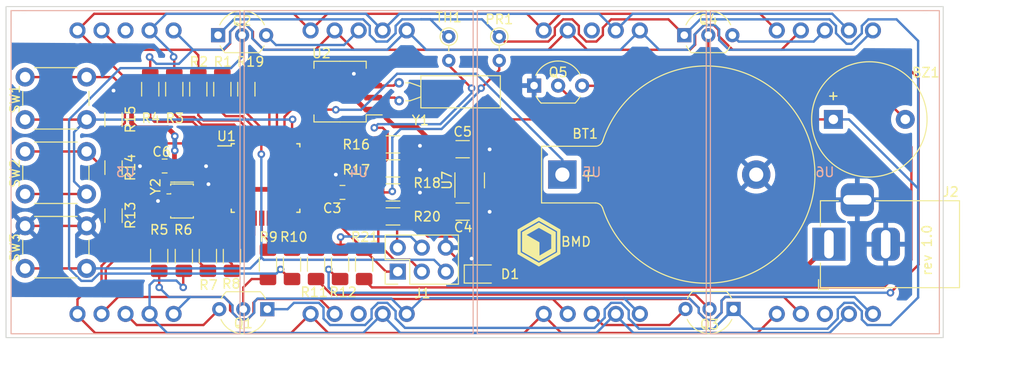
<source format=kicad_pcb>
(kicad_pcb (version 20211014) (generator pcbnew)
  (title_block (title "Fancy Clock") (date "2022-03-18") (rev "rev 1.0") (company "BMD") (comment 1 "Initial revision of the fancy clock PCB"))
  (layers (0 "F.Cu" signal) (31 "B.Cu" signal) (34 "B.Paste" user) (35 "F.Paste" user) (36 "B.SilkS" user "B.Silkscreen") (37 "F.SilkS" user "F.Silkscreen") (38 "B.Mask" user) (39 "F.Mask" user) (44 "Edge.Cuts" user))
  (net 0 "")
  (net 1 "+BATT")
  (net 2 "GND")
  (net 3 "+5V")
  (net 4 "Net-(BZ1-Pad2)")
  (net 5 "Net-(C3-Pad1)")
  (net 6 "XTAL1")
  (net 7 "XTAL2")
  (net 8 "Net-(D1-Pad2)")
  (net 9 "BUZZER")
  (net 10 "LED")
  (net 11 "/PB3")
  (net 12 "RESET")
  (net 13 "PHOTO")
  (net 14 "Net-(Q1-Pad3)")
  (net 15 "SD1")
  (net 16 "Net-(Q2-Pad3)")
  (net 17 "SD2")
  (net 18 "Net-(Q3-Pad3)")
  (net 19 "SD3")
  (net 20 "Net-(Q4-Pad3)")
  (net 21 "SD4")
  (net 22 "Net-(Q5-Pad2)")
  (net 23 "/PD0")
  (net 24 "/E")
  (net 25 "/PD1")
  (net 26 "/D")
  (net 27 "/PD2")
  (net 28 "/C")
  (net 29 "/PD3")
  (net 30 "/DP")
  (net 31 "/PD4")
  (net 32 "/B")
  (net 33 "/PD5")
  (net 34 "/A")
  (net 35 "/PD6")
  (net 36 "/F")
  (net 37 "/PD7")
  (net 38 "/G")
  (net 39 "/PB0")
  (net 40 "/PB1")
  (net 41 "/PB2")
  (net 42 "Net-(R13-Pad2)")
  (net 43 "Net-(R14-Pad2)")
  (net 44 "BUTTON")
  (net 45 "TEMP")
  (net 48 "SCKL")
  (net 49 "IO")
  (net 50 "CE")
  (net 52 "Net-(U2-Pad3)")
  (net 53 "Net-(U2-Pad2)")
  (net 54 "Net-(U7-Pad1)")
  (footprint "Resistor_SMD:R_1206_3216Metric_Pad1.30x1.75mm_HandSolder" (layer "F.Cu") (at 145.356 78.34)
    (fp_text reference "R18")
    (fp_text value "10k" hide)
  )
  (footprint "MountingHole:MountingHole_2.2mm_M2" (layer "F.Cu") (at 106.299 91.948)
    (fp_text reference "REF**" hide)
    (fp_text value "MountingHole_2.2mm_M2" hide)
  )
  (footprint "Package_TO_SOT_THT:TO-92_Inline_Wide" (layer "F.Cu") (at 132.08 90.699 180)
    (fp_text reference "Q1")
    (fp_text value "Q_PNP_EBC" hide)
  )
  (footprint "Crystal:Crystal_C38-LF_D3.0mm_L8.0mm_Horizontal" (layer "F.Cu") (at 146.007 68.641 90)
    (fp_text reference "Y1")
    (fp_text value "32.768kHz")
  )
  (footprint "Resistor_SMD:R_1206_3216Metric_Pad1.30x1.75mm_HandSolder" (layer "F.Cu") (at 115.824 80.798 90)
    (fp_text reference "R13")
    (fp_text value "1k" hide)
  )
  (footprint "MountingHole:MountingHole_2.2mm_M2" (layer "F.Cu") (at 201.676 60.452)
    (fp_text reference "REF**" hide)
    (fp_text value "MountingHole_2.2mm_M2" hide)
  )
  (footprint "Package_TO_SOT_THT:TO-92_Inline_Wide" (layer "F.Cu") (at 160.274 67.035)
    (fp_text reference "Q5")
    (fp_text value "Q_NPN_EBC" hide)
  )
  (footprint "LED_SMD:LED_0805_2012Metric_Pad1.15x1.40mm_HandSolder" (layer "F.Cu") (at 154.754 86.976)
    (fp_text reference "D1")
    (fp_text value "LED")
  )
  (footprint "fancy-clock:logo" (layer "F.Cu") (at 160.782 83.566)
    (fp_text reference "BMD")
    (fp_text value "logo")
  )
  (footprint "Capacitor_SMD:C_1206_3216Metric_Pad1.33x1.80mm_HandSolder" (layer "F.Cu") (at 152.722 73.768)
    (fp_text reference "C5")
    (fp_text value "10uF" hide)
  )
  (footprint "Resistor_SMD:R_1206_3216Metric_Pad1.30x1.75mm_HandSolder" (layer "F.Cu") (at 128.338 85.09 -90)
    (fp_text reference "R8")
    (fp_text value "330" hide)
  )
  (footprint "Resistor_SMD:R_1206_3216Metric_Pad1.30x1.75mm_HandSolder" (layer "F.Cu") (at 124.782 67.418 90)
    (fp_text reference "R2")
    (fp_text value "330" hide)
  )
  (footprint "Resistor_SMD:R_1206_3216Metric_Pad1.30x1.75mm_HandSolder" (layer "F.Cu") (at 142.308 85.96 -90)
    (fp_text reference "R21")
    (fp_text value "10k" hide)
  )
  (footprint "Capacitor_SMD:C_0805_2012Metric_Pad1.18x1.45mm_HandSolder" (layer "F.Cu") (at 140.022 78.34)
    (fp_text reference "C3")
    (fp_text value "100nF" hide)
  )
  (footprint "Resistor_SMD:R_1206_3216Metric_Pad1.30x1.75mm_HandSolder" (layer "F.Cu") (at 115.824 70.638 90)
    (fp_text reference "R15")
    (fp_text value "1k" hide)
  )
  (footprint "Connector_BarrelJack:BarrelJack_Horizontal" (layer "F.Cu") (at 191.437 83.821 180)
    (fp_text reference "J2")
    (fp_text value "Barrel_Jack_Switch")
  )
  (footprint "Crystal:Resonator_SMD_Murata_CSTxExxV-3Pin_3.0x1.1mm_HandSoldering" (layer "F.Cu") (at 123.063 79.248 -90)
    (fp_text reference "Y2")
    (fp_text value "16MHz")
  )
  (footprint "Resistor_SMD:R_1206_3216Metric_Pad1.30x1.75mm_HandSolder" (layer "F.Cu") (at 119.702 67.418 90)
    (fp_text reference "R4")
    (fp_text value "330" hide)
  )
  (footprint "Package_TO_SOT_THT:TO-92_Inline_Wide" (layer "F.Cu") (at 181.356 90.678 180)
    (fp_text reference "Q3")
    (fp_text value "Q_PNP_EBC" hide)
  )
  (footprint "MountingHole:MountingHole_2.2mm_M2" (layer "F.Cu") (at 106.299 60.452)
    (fp_text reference "REF**" hide)
    (fp_text value "MountingHole_2.2mm_M2" hide)
  )
  (footprint "Connector_PinHeader_2.54mm:PinHeader_2x03_P2.54mm_Vertical" (layer "F.Cu") (at 145.864 86.722 90)
    (fp_text reference "J1")
    (fp_text value "Conn_02x03_Odd_Even" hide)
  )
  (footprint "Resistor_SMD:R_1206_3216Metric_Pad1.30x1.75mm_HandSolder" (layer "F.Cu") (at 120.65 85.09 -90)
    (fp_text reference "R5")
    (fp_text value "330" hide)
  )
  (footprint "Package_QFP:TQFP-32_7x7mm_P0.8mm" (layer "F.Cu") (at 131.894 76.816)
    (fp_text reference "U1")
    (fp_text value "ATmega328P-A")
  )
  (footprint "Button_Switch_THT:SW_PUSH_6mm" (layer "F.Cu") (at 106.478 74.0085)
    (fp_text reference "SW2")
    (fp_text value "SW_Push" hide)
  )
  (footprint "Resistor_SMD:R_1206_3216Metric_Pad1.30x1.75mm_HandSolder" (layer "F.Cu") (at 115.824 75.718 90)
    (fp_text reference "R14")
    (fp_text value "1k" hide)
  )
  (footprint "Resistor_THT:R_Axial_DIN0204_L3.6mm_D1.6mm_P2.54mm_Vertical" (layer "F.Cu") (at 151.257 61.849 -90)
    (fp_text reference "TH1")
    (fp_text value "10k @25°")
  )
  (footprint "Resistor_SMD:R_1206_3216Metric_Pad1.30x1.75mm_HandSolder" (layer "F.Cu") (at 123.258 85.09 -90)
    (fp_text reference "R6")
    (fp_text value "330" hide)
  )
  (footprint "Capacitor_SMD:C_1206_3216Metric_Pad1.33x1.80mm_HandSolder" (layer "F.Cu") (at 152.722 80.372)
    (fp_text reference "C4")
    (fp_text value "10uF" hide)
  )
  (footprint "Resistor_THT:R_Axial_DIN0204_L3.6mm_D1.6mm_P2.54mm_Vertical" (layer "F.Cu") (at 156.591 61.849 -90)
    (fp_text reference "PR1")
    (fp_text value "10k GL12516")
  )
  (footprint "Capacitor_SMD:C_0805_2012Metric_Pad1.18x1.45mm_HandSolder" (layer "F.Cu") (at 121.226 75.546 180)
    (fp_text reference "C6")
    (fp_text value "100nF" hide)
  )
  (footprint "Battery:BatteryHolder_Keystone_103_1x20mm" (layer "F.Cu") (at 163.261584 76.454)
    (fp_text reference "BT1")
    (fp_text value "Battery_Cell 3.3V")
  )
  (footprint "Package_TO_SOT_THT:TO-92_Inline_Wide" (layer "F.Cu") (at 176.149 61.701)
    (fp_text reference "Q4")
    (fp_text value "Q_PNP_EBC" hide)
  )
  (footprint "Package_TO_SOT_SMD:SOT-23-5" (layer "F.Cu") (at 153.4668 77.0636 90)
    (fp_text reference "U7")
    (fp_text value "TPS76950")
  )
  (footprint "Resistor_SMD:R_1206_3216Metric_Pad1.30x1.75mm_HandSolder" (layer "F.Cu") (at 127.322 67.418 90)
    (fp_text reference "R1")
    (fp_text value "330" hide)
  )
  (footprint "Resistor_SMD:R_1206_3216Metric_Pad1.30x1.75mm_HandSolder" (layer "F.Cu") (at 129.862 67.418 -90)
    (fp_text reference "R19")
    (fp_text value "10k" hide)
  )
  (footprint "Resistor_SMD:R_1206_3216Metric_Pad1.30x1.75mm_HandSolder" (layer "F.Cu") (at 134.688 85.96 -90)
    (fp_text reference "R10")
    (fp_text value "10k" hide)
  )
  (footprint "Resistor_SMD:R_1206_3216Metric_Pad1.30x1.75mm_HandSolder" (layer "F.Cu") (at 125.798 85.09 -90)
    (fp_text reference "R7")
    (fp_text value "330" hide)
  )
  (footprint "Resistor_SMD:R_1206_3216Metric_Pad1.30x1.75mm_HandSolder" (layer "F.Cu") (at 137.228 85.96 -90)
    (fp_text reference "R11")
    (fp_text value "10k" hide)
  )
  (footprint "Resistor_SMD:R_1206_3216Metric_Pad1.30x1.75mm_HandSolder" (layer "F.Cu") (at 145.356 75.8)
    (fp_text reference "R17")
    (fp_text value "10k" hide)
  )
  (footprint "Button_Switch_THT:SW_PUSH_6mm" (layer "F.Cu") (at 106.478 81.8825)
    (fp_text reference "SW3")
    (fp_text value "SW_Push" hide)
  )
  (footprint "MountingHole:MountingHole_2.2mm_M2" (layer "F.Cu") (at 201.803 91.948)
    (fp_text reference "REF**" hide)
    (fp_text value "MountingHole_2.2mm_M2" hide)
  )
  (footprint "Resistor_SMD:R_1206_3216Metric_Pad1.30x1.75mm_HandSolder" (layer "F.Cu") (at 132.148 85.96 -90)
    (fp_text reference "R9")
    (fp_text value "10k" hide)
  )
  (footprint "Package_TO_SOT_THT:TO-92_Inline_Wide" (layer "F.Cu") (at 126.873 61.701)
    (fp_text reference "Q2")
    (fp_text value "Q_PNP_EBC" hide)
  )
  (footprint "Resistor_SMD:R_1206_3216Metric_Pad1.30x1.75mm_HandSolder" (layer "F.Cu") (at 139.768 85.96 -90)
    (fp_text reference "R12")
    (fp_text value "10k" hide)
  )
  (footprint "Resistor_SMD:R_1206_3216Metric_Pad1.30x1.75mm_HandSolder" (layer "F.Cu") (at 145.356 80.88)
    (fp_text reference "R20")
    (fp_text value "1k" hide)
  )
  (footprint "Resistor_SMD:R_1206_3216Metric_Pad1.30x1.75mm_HandSolder" (layer "F.Cu") (at 145.356 73.26)
    (fp_text reference "R16")
    (fp_text value "1M" hide)
  )
  (footprint "Buzzer_Beeper:Buzzer_12x9.5RM7.6" (layer "F.Cu") (at 191.907 70.612)
    (fp_text reference "BZ1")
    (fp_text value "Buzzer")
  )
  (footprint "Package_SO:SO-8_5.3x6.2mm_P1.27mm" (layer "F.Cu") (at 139.768 67.672 180)
    (fp_text reference "U2")
    (fp_text value "DS1302S+")
  )
  (footprint "Resistor_SMD:R_1206_3216Metric_Pad1.30x1.75mm_HandSolder" (layer "F.Cu") (at 122.242 67.418 90)
    (fp_text reference "R3")
    (fp_text value "330" hide)
  )
  (footprint "Button_Switch_THT:SW_PUSH_6mm" (layer "F.Cu") (at 106.478 66.1345)
    (fp_text reference "SW1")
    (fp_text value "SW_Push" hide)
  )
  (footprint "fancy-clock:7 Segments Display" (layer "B.Cu") (at 141.732 76.2 -90)
    (fp_text reference "U4")
    (fp_text value "7 segment LED")
  )
  (footprint "fancy-clock:7 Segments Display" (layer "B.Cu") (at 191.008 76.2 -90)
    (fp_text reference "U6")
    (fp_text value "7 segment LED")
  )
  (footprint "fancy-clock:7 Segments Display" (layer "B.Cu") (at 166.37 76.2 -90)
    (fp_text reference "U5")
    (fp_text value "7 segment LED")
  )
  (footprint "fancy-clock:7 Segments Display" (layer "B.Cu") (at 117.094 76.2 -90)
    (fp_text reference "U3")
    (fp_text value "7 segment LED")
  )
  (gr_rect (start 104.4605 58.674) (end 203.5145 93.71) (layer "Edge.Cuts") (width 0.1) (fill none))
  (gr_text "rev 1.0" (at 201.803 84.455 90) (layer "F.SilkS") (effects (font (size 1 1))))
  (segment (start 139.3 69.577) (end 136.268 69.577) (width 0.25) (layer "F.Cu") (net 1))
  (segment (start 139.319 69.596) (end 139.3 69.577) (width 0.25) (layer "F.Cu") (net 1))
  (via (at 139.319 69.596) (size 0.8) (drill 0.4) (layers "F.Cu" "B.Cu") (net 1))
  (segment (start 139.319 69.596) (end 141.986 69.596) (width 0.25) (layer "B.Cu") (net 1))
  (segment (start 163.261584 74.877467) (end 163.261584 76.454) (width 0.25) (layer "B.Cu") (net 1))
  (segment (start 141.986 69.595964) (end 145.795964 65.786) (width 0.25) (layer "B.Cu") (net 1))
  (segment (start 145.795964 65.786) (end 154.170117 65.786) (width 0.25) (layer "B.Cu") (net 1))
  (segment (start 141.986 69.596) (end 141.986 69.595964) (width 0.25) (layer "B.Cu") (net 1))
  (segment (start 154.170117 65.786) (end 163.261584 74.877467) (width 0.25) (layer "B.Cu") (net 1))
  (segment (start 148.209 75.946) (end 147.052 75.946) (width 0.25) (layer "F.Cu") (net 2))
  (segment (start 154.4168 80.2397) (end 154.2845 80.372) (width 0.5) (layer "F.Cu") (net 2))
  (segment (start 120.523 79.248) (end 123.063 79.248) (width 0.25) (layer "F.Cu") (net 2))
  (segment (start 154.3035 73.787) (end 154.2845 73.768) (width 1) (layer "F.Cu") (net 2))
  (segment (start 120.1695 75.565) (end 120.1885 75.546) (width 0.5) (layer "F.Cu") (net 2))
  (segment (start 153.67 86.917) (end 153.729 86.976) (width 0.25) (layer "F.Cu") (net 2))
  (segment (start 118.618 75.565) (end 120.1695 75.565) (width 0.5) (layer "F.Cu") (net 2))
  (segment (start 127.644 75.616) (end 125.654 75.616) (width 0.5) (layer "F.Cu") (net 2))
  (segment (start 153.729 86.967) (end 153.729 86.976) (width 0.25) (layer "F.Cu") (net 2))
  (segment (start 153.484 79.5715) (end 154.2845 80.372) (width 0.5) (layer "F.Cu") (net 2))
  (segment (start 125.654 75.616) (end 125.603 75.565) (width 0.5) (layer "F.Cu") (net 2))
  (segment (start 148.209 73.406) (end 147.052 73.406) (width 0.25) (layer "F.Cu") (net 2))
  (segment (start 115.824 69.088) (end 115.824 67.564) (width 0.25) (layer "F.Cu") (net 2))
  (segment (start 153.484 78.2075) (end 153.484 79.5715) (width 0.5) (layer "F.Cu") (net 2))
  (segment (start 154.4168 78.2011) (end 154.4168 80.2397) (width 0.5) (layer "F.Cu") (net 2))
  (segment (start 126.111 77.216) (end 127.644 77.216) (width 0.5) (layer "F.Cu") (net 2))
  (segment (start 147.052 73.406) (end 146.906 73.26) (width 0.25) (layer "F.Cu") (net 2))
  (segment (start 125.857 77.47) (end 126.111 77.216) (width 0.5) (layer "F.Cu") (net 2))
  (segment (start 146.925 78.359) (end 146.906 78.34) (width 0.25) (layer "F.Cu") (net 2))
  (segment (start 141.224 65.786) (end 143.249 65.786) (width 0.25) (layer "F.Cu") (net 2))
  (segment (start 143.249 65.786) (end 143.268 65.767) (width 0.25) (layer "F.Cu") (net 2))
  (segment (start 136.144 76.416) (end 139.281 76.416) (width 0.5) (layer "F.Cu") (net 2))
  (segment (start 140.335 76.454) (end 141.0595 77.1785) (width 0.5) (layer "F.Cu") (net 2))
  (segment (start 155.575 73.787) (end 154.3035 73.787) (width 1) (layer "F.Cu") (net 2))
  (segment (start 150.944 84.182) (end 153.729 86.967) (width 0.25) (layer "F.Cu") (net 2))
  (segment (start 153.67 85.344) (end 153.67 86.917) (width 0.25) (layer "F.Cu") (net 2))
  (segment (start 148.209 78.359) (end 146.925 78.359) (width 0.25) (layer "F.Cu") (net 2))
  (segment (start 139.319 76.454) (end 140.335 76.454) (width 0.5) (layer "F.Cu") (net 2))
  (segment (start 147.052 75.946) (end 146.906 75.8) (width 0.25) (layer "F.Cu") (net 2))
  (segment (start 148.209 78.359) (end 148.209 73.406) (width 0.25) (layer "F.Cu") (net 2))
  (segment (start 141.0595 77.1785) (end 141.0595 78.34) (width 0.5) (layer "F.Cu") (net 2))
  (segment (start 139.281 76.416) (end 139.319 76.454) (width 0.5) (layer "F.Cu") (net 2))
  (segment (start 106.478 81.8825) (end 112.978 81.8825) (width 0.25) (layer "F.Cu") (net 2))
  (segment (start 155.575 80.391) (end 154.3035 80.391) (width 1) (layer "F.Cu") (net 2))
  (segment (start 154.3035 80.391) (end 154.2845 80.372) (width 1) (layer "F.Cu") (net 2))
  (via (at 139.319 76.454) (size 0.8) (drill 0.4) (layers "F.Cu" "B.Cu") (net 2))
  (via (at 148.209 73.406) (size 0.8) (drill 0.4) (layers "F.Cu" "B.Cu") (net 2))
  (via (at 148.209 78.359) (size 0.8) (drill 0.4) (layers "F.Cu" "B.Cu") (net 2))
  (via (at 125.857 77.47) (size 0.8) (drill 0.4) (layers "F.Cu" "B.Cu") (net 2))
  (via (at 125.603 75.565) (size 0.8) (drill 0.4) (layers "F.Cu" "B.Cu") (net 2))
  (via (at 155.575 80.391) (size 0.8) (drill 0.4) (layers "F.Cu" "B.Cu") (net 2))
  (via (at 141.224 65.786) (size 0.8) (drill 0.4) (layers "F.Cu" "B.Cu") (net 2))
  (via (at 148.209 75.946) (size 0.8) (drill 0.4) (layers "F.Cu" "B.Cu") (net 2))
  (via (at 120.523 79.248) (size 0.8) (drill 0.4) (layers "F.Cu" "B.Cu") (net 2))
  (via (at 155.575 73.787) (size 0.8) (drill 0.4) (layers "F.Cu" "B.Cu") (net 2))
  (via (at 118.618 75.565) (size 0.8) (drill 0.4) (layers "F.Cu" "B.Cu") (net 2))
  (via (at 153.67 85.344) (size 0.8) (drill 0.4) (layers "F.Cu" "B.Cu") (net 2))
  (via (at 115.824 67.564) (size 0.8) (drill 0.4) (layers "F.Cu" "B.Cu") (net 2))
  (segment (start 191.907 70.612) (end 152.8105 70.612) (width 0.25) (layer "F.Cu") (net 3))
  (segment (start 162.464511 60.904479) (end 162.464511 61.686499) (width 0.25) (layer "F.Cu") (net 3))
  (segment (start 122.301 72.39) (end 122.301 72.263) (width 0.5) (layer "F.Cu") (net 3))
  (segment (start 167.544511 61.686499) (end 166.856499 62.374511) (width 0.25) (layer "F.Cu") (net 3))
  (segment (start 152.534 75.9325) (end 152.534 74.302) (width 0.5) (layer "F.Cu") (net 3))
  (segment (start 121.539 71.501) (end 118.237 71.501) (width 0.5) (layer "F.Cu") (net 3))
  (segment (start 127.644 78.016) (end 133.007 78.016) (width 0.5) (layer "F.Cu") (net 3))
  (segment (start 176.149 61.701) (end 174.473489 60.025489) (width 0.25) (layer "F.Cu") (net 3))
  (segment (start 145.796 80.01) (end 145.796 84.114) (width 0.25) (layer "F.Cu") (net 3))
  (segment (start 143.268 69.577) (end 142.475 69.577) (width 0.5) (layer "F.Cu") (net 3))
  (segment (start 137.414 64.516) (end 131.214 64.516) (width 0.5) (layer "F.Cu") (net 3))
  (segment (start 151.1595 77.8215) (end 149.44148 79.53952) (width 0.25) (layer "F.Cu") (net 3))
  (segment (start 118.11 67.691) (end 128.143 67.691) (width 0.5) (layer "F.Cu") (net 3))
  (segment (start 131.214 64.516) (end 129.862 65.868) (width 0.5) (layer "F.Cu") (net 3))
  (segment (start 128.818022 76.416) (end 128.893511 76.491489) (width 0.5) (layer "F.Cu") (net 3))
  (segment (start 133.007 78.016) (end 133.807 78.816) (width 0.5) (layer "F.Cu") (net 3))
  (segment (start 146.26648 79.53952) (end 145.796 80.01) (width 0.25) (layer "F.Cu") (net 3))
  (segment (start 117.729 68.072) (end 118.11 67.691) (width 0.5) (layer "F.Cu") (net 3))
  (segment (start 151.1595 72.263) (end 151.1595 73.768) (width 0.25) (layer "F.Cu") (net 3))
  (segment (start 115.824 82.348) (end 117.094 81.078) (width 0.25) (layer "F.Cu") (net 3))
  (segment (start 149.44148 79.53952) (end 146.26648 79.53952) (width 0.25) (layer "F.Cu") (net 3))
  (segment (start 118.237 71.501) (end 117.729 70.993) (width 0.5) (layer "F.Cu") (net 3))
  (segment (start 117.094 81.078) (end 117.094 72.644) (width 0.25) (layer "F.Cu") (net 3))
  (segment (start 123.1335 76.416) (end 127.644 76.416) (width 0.5) (layer "F.Cu") (net 3))
  (segment (start 133.807 78.816) (end 136.144 78.816) (width 0.5) (layer "F.Cu") (net 3))
  (segment (start 152.534 74.302) (end 152 73.768) (width 0.5) (layer "F.Cu") (net 3))
  (segment (start 127.644 76.416) (end 128.818022 76.416) (width 0.5) (layer "F.Cu") (net 3))
  (segment (start 128.143 67.691) (end 129.862 65.972) (width 0.5) (layer "F.Cu") (net 3))
  (segment (start 147.75 71.296) (end 150.222 73.768) (width 0.5) (layer "F.Cu") (net 3))
  (segment (start 122.2635 75.546) (end 123.1335 76.416) (width 0.5) (layer "F.Cu") (net 3))
  (segment (start 165.784022 62.374511) (end 165.004511 61.595) (width 0.25) (layer "F.Cu") (net 3))
  (segment (start 122.301 72.263) (end 121.539 71.501) (width 0.5) (layer "F.Cu") (net 3))
  (segment (start 145.464 71.296) (end 147.75 71.296) (width 0.5) (layer "F.Cu") (net 3))
  (segment (start 142.475 69.577) (end 137.414 64.516) (width 0.5) (layer "F.Cu") (net 3))
  (segment (start 122.2635 73.9515) (end 122.301 73.914) (width 0.5) (layer "F.Cu") (net 3))
  (segment (start 152 73.768) (end 151.1595 73.768) (width 0.5) (layer "F.Cu") (net 3))
  (segment (start 150.222 73.768) (end 151.1595 73.768) (width 0.5) (layer "F.Cu") (net 3))
  (segment (start 128.893511 76.491489) (end 128.893511 77.940511) (width 0.5) (layer "F.Cu") (net 3))
  (segment (start 157.116511 62.374511) (end 156.591 61.849) (width 0.25) (layer "F.Cu") (net 3))
  (segment (start 129.862 65.972) (end 129.862 65.868) (width 0.5) (layer "F.Cu") (net 3))
  (segment (start 144.61048 69.68048) (end 144.61048 70.44248) (width 0.5) (layer "F.Cu") (net 3))
  (segment (start 163.343501 60.025489) (end 162.464511 60.904479) (width 0.25) (layer "F.Cu") (net 3))
  (segment (start 168.423501 60.025489) (end 167.544511 60.904479) (width 0.25) (layer "F.Cu") (net 3))
  (segment (start 165.004511 61.595) (end 165.004511 60.713501) (width 0.25) (layer "F.Cu") (net 3))
  (segment (start 117.094 72.644) (end 118.237 71.501) (width 0.25) (layer "F.Cu") (net 3))
  (segment (start 152.8105 70.612) (end 151.1595 72.263) (width 0.25) (layer "F.Cu") (net 3))
  (segment (start 145.796 84.114) (end 145.864 84.182) (width 0.25) (layer "F.Cu") (net 3))
  (segment (start 117.729 70.993) (end 117.729 68.072) (width 0.5) (layer "F.Cu") (net 3))
  (segment (start 167.544511 60.904479) (end 167.544511 61.686499) (width 0.25) (layer "F.Cu") (net 3))
  (segment (start 174.473489 60.025489) (end 168.423501 60.025489) (width 0.25) (layer "F.Cu") (net 3))
  (segment (start 151.1595 73.768) (end 151.1595 77.8215) (width 0.25) (layer "F.Cu") (net 3))
  (segment (start 166.856499 62.374511) (end 165.784022 62.374511) (width 0.25) (layer "F.Cu") (net 3))
  (segment (start 144.507 69.577) (end 144.61048 69.68048) (width 0.5) (layer "F.Cu") (net 3))
  (segment (start 144.61048 70.44248) (end 145.464 71.296) (width 0.5) (layer "F.Cu") (net 3))
  (segment (start 165.004511 60.713501) (end 164.316499 60.025489) (width 0.25) (layer "F.Cu") (net 3))
  (segment (start 122.2635 75.546) (end 122.2635 73.9515) (width 0.5) (layer "F.Cu") (net 3))
  (segment (start 143.268 69.577) (end 144.507 69.577) (width 0.5) (layer "F.Cu") (net 3))
  (segment (start 162.464511 61.686499) (end 161.776499 62.374511) (width 0.25) (layer "F.Cu") (net 3))
  (segment (start 161.776499 62.374511) (end 157.116511 62.374511) (width 0.25) (layer "F.Cu") (net 3))
  (segment (start 128.893511 77.940511) (end 128.818022 78.016) (width 0.5) (layer "F.Cu") (net 3))
  (segment (start 164.316499 60.025489) (end 163.343501 60.025489) (width 0.25) (layer "F.Cu") (net 3))
  (segment (start 128.818022 78.016) (end 127.644 78.016) (width 0.5) (layer "F.Cu") (net 3))
  (via (at 122.301 73.914) (size 0.8) (drill 0.4) (layers "F.Cu" "B.Cu") (net 3))
  (via (at 122.301 72.39) (size 0.8) (drill 0.4) (layers "F.Cu" "B.Cu") (net 3))
  (segment (start 142.218499 60.025489) (end 128.548511 60.025489) (width 0.25) (layer "B.Cu") (net 3))
  (segment (start 170.275489 90.815707) (end 170.275489 91.686499) (width 0.25) (layer "B.Cu") (net 3))
  (segment (start 194.913489 61.499511) (end 194.913489 60.713501) (width 0.25) (layer "B.Cu") (net 3))
  (segment (start 146.630001 92.679011) (end 166.654989 92.679011) (width 0.25) (layer "B.Cu") (net 3))
  (segment (start 200.862511 62.305511) (end 200.862511 77.926511) (width 0.25) (layer "B.Cu") (net 3))
  (segment (start 137.523489 90.025489) (end 138.017489 90.519489) (width 0.25) (layer "B.Cu") (net 3))
  (segment (start 193.29799 62.611) (end 192.182511 61.495521) (width 0.25) (layer "B.Cu") (net 3))
  (segment (start 192.373489 91.686499) (end 191.291508 92.76848) (width 0.25) (layer "B.Cu") (net 3))
  (segment (start 192.373489 90.713501) (end 192.373489 91.686499) (width 0.25) (layer "B.Cu") (net 3))
  (segment (start 144.758499 62.374511) (end 145.637489 61.495521) (width 0.25) (layer "B.Cu") (net 3))
  (segment (start 144.758499 90.025489) (end 145.637489 90.904479) (width 0.25) (layer "B.Cu") (net 3))
  (segment (start 122.301 72.39) (end 122.301 73.914) (width 0.5) (layer "B.Cu") (net 3))
  (segment (start 134.891511 90.025489) (end 137.523489 90.025489) (width 0.25) (layer "B.Cu") (net 3))
  (segment (start 195.498511 92.374511) (end 194.913489 91.789489) (width 0.25) (layer "B.Cu") (net 3))
  (segment (start 128.548511 60.025489) (end 126.873 61.701) (width 0.25) (layer "B.Cu") (net 3))
  (segment (start 197.947489 92.374511) (end 195.498511 92.374511) (width 0.25) (layer "B.Cu") (net 3))
  (segment (start 154.767489 60.025489) (end 156.591 61.849) (width 0.25) (layer "B.Cu") (net 3))
  (segment (start 183.44648 92.76848) (end 191.291508 92.76848) (width 0.25) (layer "B.Cu") (net 3))
  (segment (start 194.913489 90.904479) (end 194.034499 90.025489) (width 0.25) (layer "B.Cu") (net 3))
  (segment (start 193.548 70.612) (end 200.862511 77.926511) (width 0.25) (layer "B.Cu") (net 3))
  (segment (start 194.913489 60.713501) (end 195.601501 60.025489) (width 0.25) (layer "B.Cu") (net 3))
  (segment (start 198.582489 60.025489) (end 200.862511 62.305511) (width 0.25) (layer "B.Cu") (net 3))
  (segment (start 138.705501 92.374511) (end 142.409477 92.374511) (width 0.25) (layer "B.Cu") (net 3))
  (segment (start 143.097489 91.686499) (end 143.097489 90.713501) (width 0.25) (layer "B.Cu") (net 3))
  (segment (start 138.017489 91.686499) (end 138.705501 92.374511) (width 0.25) (layer "B.Cu") (net 3))
  (segment (start 193.061501 90.025489) (end 192.373489 90.713501) (width 0.25) (layer "B.Cu") (net 3))
  (segment (start 143.097489 90.713501) (end 143.785501 90.025489) (width 0.25) (layer "B.Cu") (net 3))
  (segment (start 166.654989 92.679011) (end 167.735489 91.598511) (width 0.25) (layer "B.Cu") (net 3))
  (segment (start 170.275489 91.686499) (end 171.35747 92.76848) (width 0.25) (layer "B.Cu") (net 3))
  (segment (start 169.485271 90.025489) (end 170.275489 90.815707) (width 0.25) (layer "B.Cu") (net 3))
  (segment (start 143.594523 62.374511) (end 142.906511 61.686499) (width 0.25) (layer "B.Cu") (net 3))
  (segment (start 171.35747 92.76848) (end 179.26552 92.76848) (width 0.25) (layer "B.Cu") (net 3))
  (segment (start 145.637489 90.904479) (end 145.637489 91.686499) (width 0.25) (layer "B.Cu") (net 3))
  (segment (start 191.907 70.612) (end 193.548 70.612) (width 0.25) (layer "B.Cu") (net 3))
  (segment (start 134.218 90.699) (end 134.891511 90.025489) (width 0.25) (layer "B.Cu") (net 3))
  (segment (start 142.409477 92.374511) (end 143.097489 91.686499) (width 0.25) (layer "B.Cu") (net 3))
  (segment (start 181.356 90.678) (end 183.44648 92.76848) (width 0.25) (layer "B.Cu") (net 3))
  (segment (start 193.802 62.611) (end 194.913489 61.499511) (width 0.25) (layer "B.Cu") (net 3))
  (segment (start 145.637489 61.495521) (end 145.637489 60.713501) (width 0.25) (layer "B.Cu") (net 3))
  (segment (start 132.08 90.699) (end 134.218 90.699) (width 0.25) (layer "B.Cu") (net 3))
  (segment (start 138.017489 90.519489) (end 138.017489 91.686499) (width 0.25) (layer "B.Cu") (net 3))
  (segment (start 192.182511 61.495521) (end 192.182511 60.713501) (width 0.25) (layer "B.Cu") (net 3))
  (segment (start 142.906511 61.686499) (end 142.906511 60.713501) (width 0.25) (layer "B.Cu") (net 3))
  (segment (start 142.906511 60.713501) (end 142.218499 60.025489) (width 0.25) (layer "B.Cu") (net 3))
  (segment (start 177.824511 60.025489) (end 176.149 61.701) (width 0.25) (layer "B.Cu") (net 3))
  (segment (start 192.182511 60.713501) (end 191.494499 60.025489) (width 0.25) (layer "B.Cu") (net 3))
  (segment (start 167.735489 90.713501) (end 168.423501 90.025489) (width 0.25) (layer "B.Cu") (net 3))
  (segment (start 167.735489 91.598511) (end 167.735489 90.713501) (width 0.25) (layer "B.Cu") (net 3))
  (segment (start 146.325501 60.025489) (end 148.312989 60.025489) (width 0.25) (layer "B.Cu") (net 3))
  (segment (start 193.802 62.611) (end 193.29799 62.611) (width 0.25) (layer "B.Cu") (net 3))
  (segment (start 200.862511 77.926511) (end 200.862511 89.459489) (width 0.25) (layer "B.Cu") (net 3))
  (segment (start 148.312989 60.025489) (end 149.306489 60.025489) (width 0.25) (layer "B.Cu") (net 3))
  (segment (start 145.637489 91.686499) (end 146.630001 92.679011) (width 0.25) (layer "B.Cu") (net 3))
  (segment (start 145.637489 60.713501) (end 146.325501 60.025489) (width 0.25) (layer "B.Cu") (net 3))
  (segment (start 194.034499 90.025489) (end 193.061501 90.025489) (width 0.25) (layer "B.Cu") (net 3))
  (segment (start 200.862511 89.459489) (end 197.947489 92.374511) (width 0.25) (layer "B.Cu") (net 3))
  (segment (start 179.26552 92.76848) (end 181.356 90.678) (width 0.25) (layer "B.Cu") (net 3))
  (segment (start 149.306489 60.025489) (end 151.257 61.976) (width 0.25) (layer "B.Cu") (net 3))
  (segment (start 194.913489 91.789489) (end 194.913489 90.904479) (width 0.25) (layer "B.Cu") (net 3))
  (segment (start 191.494499 60.025489) (end 177.824511 60.025489) (width 0.25) (layer "B.Cu") (net 3))
  (segment (start 148.312989 60.025489) (end 154.767489 60.025489) (width 0.25) (layer "B.Cu") (net 3))
  (segment (start 195.601501 60.025489) (end 198.582489 60.025489) (width 0.25) (layer "B.Cu") (net 3))
  (segment (start 144.758499 62.374511) (end 143.594523 62.374511) (width 0.25) (layer "B.Cu") (net 3))
  (segment (start 143.785501 90.025489) (end 144.758499 90.025489) (width 0.25) (layer "B.Cu") (net 3))
  (segment (start 168.423501 90.025489) (end 169.485271 90.025489) (width 0.25) (layer "B.Cu") (net 3))
  (segment (start 165.375 67.056) (end 195.951 67.056) (width 0.25) (layer "F.Cu") (net 4))
  (segment (start 195.951 67.056) (end 199.507 70.612) (width 0.25) (layer "F.Cu") (net 4))
  (segment (start 165.354 67.035) (end 165.375 67.056) (width 0.25) (layer "F.Cu") (net 4))
  (segment (start 136.144 77.216) (end 137.8605 77.216) (width 0.5) (layer "F.Cu") (net 5))
  (segment (start 137.8605 77.216) (end 138.9845 78.34) (width 0.5) (layer "F.Cu") (net 5))
  (segment (start 124.784 78.048) (end 125.552 78.816) (width 0.25) (layer "F.Cu") (net 6))
  (segment (start 125.552 78.816) (end 127.644 78.816) (width 0.25) (layer "F.Cu") (net 6))
  (segment (start 123.063 78.048) (end 124.784 78.048) (width 0.25) (layer "F.Cu") (net 6))
  (segment (start 124.784 80.448) (end 125.616 79.616) (width 0.25) (layer "F.Cu") (net 7))
  (segment (start 123.063 80.448) (end 124.784 80.448) (width 0.25) (layer "F.Cu") (net 7))
  (segment (start 125.616 79.616) (end 127.644 79.616) (width 0.25) (layer "F.Cu") (net 7))
  (segment (start 149.033489 83.007489) (end 154.000489 83.007489) (width 0.25) (layer "F.Cu") (net 8))
  (segment (start 155.829 86.926) (end 155.779 86.976) (width 0.25) (layer "F.Cu") (net 8))
  (segment (start 154.000489 83.007489) (end 155.829 84.836) (width 0.25) (layer "F.Cu") (net 8))
  (segment (start 155.829 84.836) (end 155.829 86.926) (width 0.25) (layer "F.Cu") (net 8))
  (segment (start 146.906 80.88) (end 149.033489 83.007489) (width 0.25) (layer "F.Cu") (net 8))
  (segment (start 134.694 81.066) (end 138.964 81.066) (width 0.25) (layer "F.Cu") (net 9))
  (segment (start 145.864 86.722) (end 144.62 86.722) (width 0.25) (layer "F.Cu") (net 9))
  (segment (start 138.964 81.066) (end 142.308 84.41) (width 0.25) (layer "F.Cu") (net 9))
  (segment (start 144.62 86.722) (end 142.308 84.41) (width 0.25) (layer "F.Cu") (net 9))
  (segment (start 143.806 80.88) (end 143.806 83.78501) (width 0.25) (layer "F.Cu") (net 10))
  (segment (start 147.134 85.452) (end 148.404 86.722) (width 0.25) (layer "F.Cu") (net 10))
  (segment (start 143.806 83.78501) (end 145.47299 85.452) (width 0.25) (layer "F.Cu") (net 10))
  (segment (start 145.47299 85.452) (end 147.134 85.452) (width 0.25) (layer "F.Cu") (net 10))
  (segment (start 136.144 79.616) (end 142.542 79.616) (width 0.25) (layer "F.Cu") (net 10))
  (segment (start 142.542 79.616) (end 143.806 80.88) (width 0.25) (layer "F.Cu") (net 10))
  (segment (start 139.827 83.058) (end 139.827 84.351) (width 0.25) (layer "F.Cu") (net 11))
  (segment (start 133.968511 82.190511) (end 137.548511 82.190511) (width 0.25) (layer "F.Cu") (net 11))
  (segment (start 133.894 82.116) (end 133.968511 82.190511) (width 0.25) (layer "F.Cu") (net 11))
  (segment (start 139.827 84.351) (end 139.768 84.41) (width 0.25) (layer "F.Cu") (net 11))
  (segment (start 137.548511 82.190511) (end 139.768 84.41) (width 0.25) (layer "F.Cu") (net 11))
  (segment (start 133.894 81.066) (end 133.894 82.116) (width 0.25) (layer "F.Cu") (net 11))
  (via (at 139.827 83.058) (size 0.8) (drill 0.4) (layers "F.Cu" "B.Cu") (net 11))
  (segment (start 147.229489 83.007489) (end 139.877511 83.007489) (width 0.25) (layer "B.Cu") (net 11))
  (segment (start 148.404 84.182) (end 147.229489 83.007489) (width 0.25) (layer "B.Cu") (net 11))
  (segment (start 139.877511 83.007489) (end 139.827 83.058) (width 0.25) (layer "B.Cu") (net 11))
  (segment (start 129.862 68.968) (end 129.862 69.918) (width 0.25) (layer "F.Cu") (net 12))
  (segment (start 131.445 72.615) (end 131.494 72.566) (width 0.25) (layer "F.Cu") (net 12))
  (segment (start 129.862 69.918) (end 131.494 71.55) (width 0.25) (layer "F.Cu") (net 12))
  (segment (start 131.494 71.55) (end 131.494 72.566) (width 0.25) (layer "F.Cu") (net 12))
  (segment (start 106.478 86.3825) (end 112.978 86.3825) (width 0.25) (layer "F.Cu") (net 12))
  (segment (start 131.445 74.295) (end 131.445 72.615) (width 0.25) (layer "F.Cu") (net 12))
  (via (at 131.445 74.295) (size 0.8) (drill 0.4) (layers "F.Cu" "B.Cu") (net 12))
  (segment (start 112.978 86.3825) (end 130.2795 86.3825) (width 0.25) (layer "B.Cu") (net 12))
  (segment (start 130.2795 86.3825) (end 131.445 85.217) (width 0.25) (layer "B.Cu") (net 12))
  (segment (start 131.699 85.471) (end 131.445 85.217) (width 0.25) (layer "B.Cu") (net 12))
  (segment (start 150.944 86.722) (end 149.693 85.471) (width 0.25) (layer "B.Cu") (net 12))
  (segment (start 131.445 85.217) (end 131.445 74.295) (width 0.25) (layer "B.Cu") (net 12))
  (segment (start 149.693 85.471) (end 131.699 85.471) (width 0.25) (layer "B.Cu") (net 12))
  (segment (start 136.144 74.816) (end 140.282 74.816) (width 0.25) (layer "F.Cu") (net 13))
  (segment (start 154.669503 67.31) (end 156.591 65.388503) (width 0.25) (layer "F.Cu") (net 13))
  (segment (start 145.18 78.34) (end 145.288 78.232) (width 0.25) (layer "F.Cu") (net 13))
  (segment (start 140.282 74.816) (end 143.806 78.34) (width 0.25) (layer "F.Cu") (net 13))
  (segment (start 156.591 65.388503) (end 156.591 64.389) (width 0.25) (layer "F.Cu") (net 13))
  (segment (start 143.806 78.34) (end 145.18 78.34) (width 0.25) (layer "F.Cu") (net 13))
  (via (at 154.669503 67.31) (size 0.8) (drill 0.4) (layers "F.Cu" "B.Cu") (net 13))
  (via (at 145.288 78.232) (size 0.8) (drill 0.4) (layers "F.Cu" "B.Cu") (net 13))
  (segment (start 150.495718 71.628) (end 154.669503 67.454215) (width 0.25) (layer "B.Cu") (net 13))
  (segment (start 145.288 72.517) (end 146.177 71.628) (width 0.25) (layer "B.Cu") (net 13))
  (segment (start 146.177 71.628) (end 150.495718 71.628) (width 0.25) (layer "B.Cu") (net 13))
  (segment (start 154.669503 67.454215) (end 154.669503 67.31) (width 0.25) (layer "B.Cu") (net 13))
  (segment (start 145.288 78.232) (end 145.288 72.517) (width 0.25) (layer "B.Cu") (net 13))
  (segment (start 125.324489 92.374511) (end 127 90.699) (width 0.25) (layer "F.Cu") (net 14))
  (segment (start 118.268511 92.374511) (end 125.324489 92.374511) (width 0.25) (layer "F.Cu") (net 14))
  (segment (start 117.094 91.2) (end 118.268511 92.374511) (width 0.25) (layer "F.Cu") (net 14))
  (segment (start 132.148 87.51) (end 130.422 87.51) (width 0.25) (layer "F.Cu") (net 15))
  (segment (start 129.54 88.392) (end 129.54 90.699) (width 0.25) (layer "F.Cu") (net 15))
  (segment (start 130.422 87.51) (end 129.54 88.392) (width 0.25) (layer "F.Cu") (net 15))
  (segment (start 140.194 62.738) (end 132.99 62.738) (width 0.25) (layer "B.Cu") (net 16))
  (segment (start 132.99 62.738) (end 131.953 61.701) (width 0.25) (layer "B.Cu") (net 16))
  (segment (start 141.732 61.2) (end 140.194 62.738) (width 0.25) (layer "B.Cu") (net 16))
  (segment (start 134.688 87.51) (end 134.5 87.51) (width 0.25) (layer "F.Cu") (net 17))
  (segment (start 134.5 87.51) (end 133.477 86.487) (width 0.25) (layer "F.Cu") (net 17))
  (via (at 133.477 86.487) (size 0.8) (drill 0.4) (layers "F.Cu" "B.Cu") (net 17))
  (segment (start 111.125 70.614357) (end 116.557326 65.182031) (width 0.25) (layer "B.Cu") (net 17))
  (segment (start 112.429368 87.707011) (end 111.125 86.402643) (width 0.25) (layer "B.Cu") (net 17))
  (segment (start 113.526632 87.707011) (end 112.429368 87.707011) (width 0.25) (layer "B.Cu") (net 17))
  (segment (start 128.238969 65.182031) (end 129.413 64.008) (width 0.25) (layer "B.Cu") (net 17))
  (segment (start 116.557326 65.182031) (end 128.238969 65.182031) (width 0.25) (layer "B.Cu") (net 17))
  (segment (start 133.032868 86.931132) (end 114.302511 86.931132) (width 0.25) (layer "B.Cu") (net 17))
  (segment (start 133.477 86.487) (end 133.032868 86.931132) (width 0.25) (layer "B.Cu") (net 17))
  (segment (start 129.413 64.008) (end 129.413 61.701) (width 0.25) (layer "B.Cu") (net 17))
  (segment (start 114.302511 86.931132) (end 113.526632 87.707011) (width 0.25) (layer "B.Cu") (net 17))
  (segment (start 111.125 86.402643) (end 111.125 70.614357) (width 0.25) (layer "B.Cu") (net 17))
  (segment (start 174.579489 92.374511) (end 176.276 90.678) (width 0.25) (layer "F.Cu") (net 18))
  (segment (start 167.544511 92.374511) (end 174.579489 92.374511) (width 0.25) (layer "F.Cu") (net 18))
  (segment (start 167.544511 92.374511) (end 166.37 91.2) (width 0.25) (layer "F.Cu") (net 18))
  (segment (start 178.816 90.678) (end 177.291969 89.153969) (width 0.25) (layer "F.Cu") (net 19))
  (segment (start 177.291969 89.153969) (end 138.871969 89.153969) (width 0.25) (layer "F.Cu") (net 19))
  (segment (start 138.871969 89.153969) (end 137.228 87.51) (width 0.25) (layer "F.Cu") (net 19))
  (segment (start 181.902511 62.374511) (end 181.229 61.701) (width 0.25) (layer "B.Cu") (net 20))
  (segment (start 191.008 61.2) (end 189.833489 62.374511) (width 0.25) (layer "B.Cu") (net 20))
  (segment (start 189.833489 62.374511) (end 181.902511 62.374511) (width 0.25) (layer "B.Cu") (net 20))
  (segment (start 139.58 87.51) (end 138.557 86.487) (width 0.25) (layer "F.Cu") (net 21))
  (segment (start 179.324 64.008) (end 178.689 63.373) (width 0.25) (layer "F.Cu") (net 21))
  (segment (start 178.689 63.373) (end 178.689 61.701) (width 0.25) (layer "F.Cu") (net 21))
  (segment (start 139.768 87.51) (end 139.58 87.51) (width 0.25) (layer "F.Cu") (net 21))
  (segment (start 197.93452 88.95848) (end 200.914 85.979) (width 0.25) (layer "F.Cu") (net 21))
  (segment (start 200.914 85.979) (end 200.914 66.294) (width 0.25) (layer "F.Cu") (net 21))
  (segment (start 200.914 66.294) (end 198.628 64.008) (width 0.25) (layer "F.Cu") (net 21))
  (segment (start 198.628 64.008) (end 179.324 64.008) (width 0.25) (layer "F.Cu") (net 21))
  (via (at 138.557 86.487) (size 0.8) (drill 0.4) (layers "F.Cu" "B.Cu") (net 21))
  (via (at 197.93452 88.95848) (size 0.8) (drill 0.4) (layers "F.Cu" "B.Cu") (net 21))
  (segment (start 197.93452 88.95848) (end 139.12348 88.95848) (width 0.25) (layer "B.Cu") (net 21))
  (segment (start 139.12348 88.95848) (end 138.557 88.392) (width 0.25) (layer "B.Cu") (net 21))
  (segment (start 138.557 88.392) (end 138.557 86.487) (width 0.25) (layer "B.Cu") (net 21))
  (segment (start 197.231 88.392) (end 200.152 85.471) (width 0.25) (layer "F.Cu") (net 22))
  (segment (start 143.129 88.392) (end 197.231 88.392) (width 0.25) (layer "F.Cu") (net 22))
  (segment (start 200.152 85.471) (end 200.152 73.533) (width 0.25) (layer "F.Cu") (net 22))
  (segment (start 142.308 87.51) (end 142.308 87.571) (width 0.25) (layer "F.Cu") (net 22))
  (segment (start 195.453 68.834) (end 164.613 68.834) (width 0.25) (layer "F.Cu") (net 22))
  (segment (start 200.152 73.533) (end 195.453 68.834) (width 0.25) (layer "F.Cu") (net 22))
  (segment (start 164.613 68.834) (end 162.814 67.035) (width 0.25) (layer "F.Cu") (net 22))
  (segment (start 142.308 87.571) (end 143.129 88.392) (width 0.25) (layer "F.Cu") (net 22))
  (segment (start 127.67448 70.27048) (end 127.322 69.918) (width 0.25) (layer "F.Cu") (net 23))
  (segment (start 130.694 72.566) (end 130.694 71.516) (width 0.25) (layer "F.Cu") (net 23))
  (segment (start 130.694 71.516) (end 129.44848 70.27048) (width 0.25) (layer "F.Cu") (net 23))
  (segment (start 127.322 69.918) (end 127.322 68.968) (width 0.25) (layer "F.Cu") (net 23))
  (segment (start 129.44848 70.27048) (end 127.67448 70.27048) (width 0.25) (layer "F.Cu") (net 23))
  (segment (start 127.322 65.868) (end 126.34748 66.84252) (width 0.25) (layer "F.Cu") (net 24))
  (segment (start 126.34748 66.84252) (end 117.65652 66.84252) (width 0.25) (layer "F.Cu") (net 24))
  (segment (start 112.014 61.2) (end 113.778 59.436) (width 0.25) (layer "F.Cu") (net 24))
  (segment (start 136.652 61.2) (end 138.416 59.436) (width 0.25) (layer "F.Cu") (net 24))
  (segment (start 163.054 59.436) (end 184.164 59.436) (width 0.25) (layer "F.Cu") (net 24))
  (segment (start 117.65652 66.84252) (end 112.014 61.2) (width 0.25) (layer "F.Cu") (net 24))
  (segment (start 138.416 59.436) (end 159.526 59.436) (width 0.25) (layer "F.Cu") (net 24))
  (segment (start 159.526 59.436) (end 161.29 61.2) (width 0.25) (layer "F.Cu") (net 24))
  (segment (start 161.29 61.2) (end 163.054 59.436) (width 0.25) (layer "F.Cu") (net 24))
  (segment (start 134.888 59.436) (end 136.652 61.2) (width 0.25) (layer "F.Cu") (net 24))
  (segment (start 184.164 59.436) (end 185.928 61.2) (width 0.25) (layer "F.Cu") (net 24))
  (segment (start 113.778 59.436) (end 134.888 59.436) (width 0.25) (layer "F.Cu") (net 24))
  (segment (start 129.098 70.72) (end 125.33 70.72) (width 0.25) (layer "F.Cu") (net 25))
  (segment (start 124.782 70.172) (end 124.782 68.968) (width 0.25) (layer "F.Cu") (net 25))
  (segment (start 129.894 71.516) (end 129.098 70.72) (width 0.25) (layer "F.Cu") (net 25))
  (segment (start 125.33 70.72) (end 124.782 70.172) (width 0.25) (layer "F.Cu") (net 25))
  (segment (start 129.894 72.566) (end 129.894 71.516) (width 0.25) (layer "F.Cu") (net 25))
  (segment (start 177.292 62.707022) (end 177.292 61.578411) (width 0.25) (layer "F.Cu") (net 26))
  (segment (start 128.143 61.341) (end 128.905 60.579) (width 0.25) (layer "F.Cu") (net 26))
  (segment (start 165.876 63.246) (end 176.753022 63.246) (width 0.25) (layer "F.Cu") (net 26))
  (segment (start 130.556 62.103) (end 131.699 63.246) (width 0.25) (layer "F.Cu") (net 26))
  (segment (start 186.422 63.246) (end 188.468 61.2) (width 0.25) (layer "F.Cu") (net 26))
  (segment (start 141.238 63.246) (end 161.784 63.246) (width 0.25) (layer "F.Cu") (net 26))
  (segment (start 137.146 63.246) (end 139.192 61.2) (width 0.25) (layer "F.Cu") (net 26))
  (segment (start 179.763511 61.7551) (end 181.254411 63.246) (width 0.25) (layer "F.Cu") (net 26))
  (segment (start 163.83 61.2) (end 165.876 63.246) (width 0.25) (layer "F.Cu") (net 26))
  (segment (start 176.753022 63.246) (end 177.292 62.707022) (width 0.25) (layer "F.Cu") (net 26))
  (segment (start 131.699 63.246) (end 137.146 63.246) (width 0.25) (layer "F.Cu") (net 26))
  (segment (start 116.6 63.246) (end 123.698 63.246) (width 0.25) (layer "F.Cu") (net 26))
  (segment (start 139.192 61.2) (end 141.238 63.246) (width 0.25) (layer "F.Cu") (net 26))
  (segment (start 177.292 61.578411) (end 178.243922 60.626489) (width 0.25) (layer "F.Cu") (net 26))
  (segment (start 128.905 60.579) (end 129.810589 60.579) (width 0.25) (layer "F.Cu") (net 26))
  (segment (start 124.206 63.246) (end 127.477022 63.246) (width 0.25) (layer "F.Cu") (net 26))
  (segment (start 179.244489 60.626489) (end 179.763511 61.145511) (width 0.25) (layer "F.Cu") (net 26))
  (segment (start 130.556 61.324411) (end 130.556 62.103) (width 0.25) (layer "F.Cu") (net 26))
  (segment (start 128.143 62.580022) (end 128.143 61.341) (width 0.25) (layer "F.Cu") (net 26))
  (segment (start 181.254411 63.246) (end 186.422 63.246) (width 0.25) (layer "F.Cu") (net 26))
  (segment (start 129.810589 60.579) (end 130.556 61.324411) (width 0.25) (layer "F.Cu") (net 26))
  (segment (start 161.784 63.246) (end 163.83 61.2) (width 0.25) (layer "F.Cu") (net 26))
  (segment (start 124.206 63.246) (end 124.782 63.822) (width 0.25) (layer "F.Cu") (net 26))
  (segment (start 114.554 61.2) (end 116.6 63.246) (width 0.25) (layer "F.Cu") (net 26))
  (segment (start 179.763511 61.145511) (end 179.763511 61.7551) (width 0.25) (layer "F.Cu") (net 26))
  (segment (start 123.698 63.246) (end 124.206 63.246) (width 0.25) (layer "F.Cu") (net 26))
  (segment (start 178.243922 60.626489) (end 179.244489 60.626489) (width 0.25) (layer "F.Cu") (net 26))
  (segment (start 124.782 63.822) (end 124.782 65.868) (width 0.25) (layer "F.Cu") (net 26))
  (segment (start 127.477022 63.246) (end 128.143 62.580022) (width 0.25) (layer "F.Cu") (net 26))
  (segment (start 122.242 70.036) (end 122.242 68.968) (width 0.25) (layer "F.Cu") (net 27))
  (segment (start 122.564 70.358) (end 122.242 70.036) (width 0.25) (layer "F.Cu") (net 27))
  (segment (start 129.094 72.566) (end 129.094 71.69) (width 0.25) (layer "F.Cu") (net 27))
  (segment (start 125.143802 71.16952) (end 124.332282 70.358) (width 0.25) (layer "F.Cu") (net 27))
  (segment (start 128.57352 71.16952) (end 125.143802 71.16952) (width 0.25) (layer "F.Cu") (net 27))
  (segment (start 124.332282 70.358) (end 122.564 70.358) (width 0.25) (layer "F.Cu") (net 27))
  (segment (start 129.094 71.69) (end 128.57352 71.16952) (width 0.25) (layer "F.Cu") (net 27))
  (segment (start 122.242 65.868) (end 122.242 64.076) (width 0.25) (layer "F.Cu") (net 28))
  (segment (start 122.242 64.076) (end 122.174 64.008) (width 0.25) (layer "F.Cu") (net 28))
  (via (at 122.174 64.008) (size 0.8) (drill 0.4) (layers "F.Cu" "B.Cu") (net 28))
  (segment (start 122.174 64.008) (end 122.174 63.74) (width 0.25) (layer "B.Cu") (net 28))
  (segment (start 170.674 59.436) (end 191.784 59.436) (width 0.25) (layer "B.Cu") (net 28))
  (segment (start 167.146 59.436) (end 168.91 61.2) (width 0.25) (layer "B.Cu") (net 28))
  (segment (start 168.91 61.2) (end 170.674 59.436) (width 0.25) (layer "B.Cu") (net 28))
  (segment (start 191.784 59.436) (end 193.548 61.2) (width 0.25) (layer "B.Cu") (net 28))
  (segment (start 146.036 59.436) (end 167.146 59.436) (width 0.25) (layer "B.Cu") (net 28))
  (segment (start 119.634 61.2) (end 121.398 59.436) (width 0.25) (layer "B.Cu") (net 28))
  (segment (start 142.508 59.436) (end 144.272 61.2) (width 0.25) (layer "B.Cu") (net 28))
  (segment (start 144.272 61.2) (end 146.036 59.436) (width 0.25) (layer "B.Cu") (net 28))
  (segment (start 121.398 59.436) (end 142.508 59.436) (width 0.25) (layer "B.Cu") (net 28))
  (segment (start 122.174 63.74) (end 119.634 61.2) (width 0.25) (layer "B.Cu") (net 28))
  (segment (start 120.142 70.866) (end 119.702 70.426) (width 0.25) (layer "F.Cu") (net 29))
  (segment (start 124.957604 71.61904) (end 124.204564 70.866) (width 0.25) (layer "F.Cu") (net 29))
  (segment (start 124.204564 70.866) (end 120.142 70.866) (width 0.25) (layer "F.Cu") (net 29))
  (segment (start 126.99104 71.61904) (end 124.957604 71.61904) (width 0.25) (layer "F.Cu") (net 29))
  (segment (start 127.644 74.016) (end 127.644 72.272) (width 0.25) (layer "F.Cu") (net 29))
  (segment (start 127.644 72.272) (end 126.99104 71.61904) (width 0.25) (layer "F.Cu") (net 29))
  (segment (start 119.702 70.426) (end 119.702 68.968) (width 0.25) (layer "F.Cu") (net 29))
  (segment (start 119.702 64.076) (end 119.634 64.008) (width 0.25) (layer "F.Cu") (net 30))
  (segment (start 119.702 65.868) (end 119.702 64.076) (width 0.25) (layer "F.Cu") (net 30))
  (via (at 119.634 64.008) (size 0.8) (drill 0.4) (layers "F.Cu" "B.Cu") (net 30))
  (segment (start 128.143 61.341) (end 128.143 62.484) (width 0.25) (layer "B.Cu") (net 30))
  (segment (start 128.905 60.579) (end 128.143 61.341) (width 0.25) (layer "B.Cu") (net 30))
  (segment (start 127.381 63.246) (end 124.22 63.246) (width 0.25) (layer "B.Cu") (net 30))
  (segment (start 194.042 63.246) (end 180.863433 63.246) (width 0.25) (layer "B.Cu") (net 30))
  (segment (start 169.404 63.246) (end 171.45 61.2) (width 0.25) (layer "B.Cu") (net 30))
  (segment (start 180.863433 63.246) (end 179.832 62.214567) (width 0.25) (layer "B.Cu") (net 30))
  (segment (start 146.812 61.2) (end 148.858 63.246) (width 0.25) (layer "B.Cu") (net 30))
  (segment (start 179.832 62.214567) (end 179.832 61.087) (width 0.25) (layer "B.Cu") (net 30))
  (segment (start 148.858 63.246) (end 169.404 63.246) (width 0.25) (layer "B.Cu") (net 30))
  (segment (start 122.733489 64.732511) (end 124.22 63.246) (width 0.25) (layer "B.Cu") (net 30))
  (segment (start 122.174 61.2) (end 124.22 63.246) (width 0.25) (layer "B.Cu") (net 30))
  (segment (start 130.487511 62.034511) (end 130.487511 61.255922) (width 0.25) (layer "B.Cu") (net 30))
  (segment (start 130.487511 61.255922) (end 129.810589 60.579) (width 0.25) (layer "B.Cu") (net 30))
  (segment (start 120.358511 64.732511) (end 122.733489 64.732511) (width 0.25) (layer "B.Cu") (net 30))
  (segment (start 144.766 63.246) (end 131.699 63.246) (width 0.25) (layer "B.Cu") (net 30))
  (segment (start 179.371489 60.626489) (end 178.243922 60.626489) (width 0.25) (layer "B.Cu") (net 30))
  (segment (start 177.223511 62.679489) (end 176.657 63.246) (width 0.25) (layer "B.Cu") (net 30))
  (segment (start 129.810589 60.579) (end 128.905 60.579) (width 0.25) (layer "B.Cu") (net 30))
  (segment (start 194.042 63.246) (end 196.088 61.2) (width 0.25) (layer "B.Cu") (net 30))
  (segment (start 179.832 61.087) (end 179.371489 60.626489) (width 0.25) (layer "B.Cu") (net 30))
  (segment (start 171.45 61.2) (end 173.496 63.246) (width 0.25) (layer "B.Cu") (net 30))
  (segment (start 128.143 62.484) (end 127.381 63.246) (width 0.25) (layer "B.Cu") (net 30))
  (segment (start 176.657 63.246) (end 173.496 63.246) (width 0.25) (layer "B.Cu") (net 30))
  (segment (start 146.812 61.2) (end 144.766 63.246) (width 0.25) (layer "B.Cu") (net 30))
  (segment (start 131.699 63.246) (end 130.487511 62.034511) (width 0.25) (layer "B.Cu") (net 30))
  (segment (start 177.223511 61.6469) (end 177.223511 62.679489) (width 0.25) (layer "B.Cu") (net 30))
  (segment (start 119.634 64.008) (end 120.358511 64.732511) (width 0.25) (layer "B.Cu") (net 30))
  (segment (start 178.243922 60.626489) (end 177.223511 61.6469) (width 0.25) (layer "B.Cu") (net 30))
  (segment (start 117.602 74.168) (end 117.602 82.55) (width 0.25) (layer "F.Cu") (net 31))
  (segment (start 127.644 74.816) (end 124.854 74.816) (width 0.25) (layer "F.Cu") (net 31))
  (segment (start 124.854 74.816) (end 123.19 73.152) (width 0.25) (layer "F.Cu") (net 31))
  (segment (start 118.618 73.152) (end 117.602 74.168) (width 0.25) (layer "F.Cu") (net 31))
  (segment (start 118.592 83.54) (end 120.65 83.54) (width 0.25) (layer "F.Cu") (net 31))
  (segment (start 117.602 82.55) (end 118.592 83.54) (width 0.25) (layer "F.Cu") (net 31))
  (segment (start 123.19 73.152) (end 118.618 73.152) (width 0.25) (layer "F.Cu") (net 31))
  (segment (start 120.65 88.392) (end 120.65 86.64) (width 0.25) (layer "F.Cu") (net 32))
  (via (at 120.65 88.392) (size 0.8) (drill 0.4) (layers "F.Cu" "B.Cu") (net 32))
  (segment (start 178.435 91.821) (end 177.673 91.059) (width 0.25) (layer "B.Cu") (net 32))
  (segment (start 145.187969 89.575969) (end 146.812 91.2) (width 0.25) (layer "B.Cu") (net 32))
  (segment (start 120.65 88.392) (end 121.666 89.408) (width 0.25) (layer "B.Cu") (net 32))
  (segment (start 129.094922 91.773511) (end 129.985078 91.773511) (width 0.25) (layer "B.Cu") (net 32))
  (segment (start 195.992 91.2585) (end 194.1415 89.408) (width 0.25) (layer "B.Cu") (net 32))
  (segment (start 169.785 89.535) (end 171.45 91.2) (width 0.25) (layer "B.Cu") (net 32))
  (segment (start 179.324 91.821) (end 178.435 91.821) (width 0.25) (layer "B.Cu") (net 32))
  (segment (start 180.086 91.059) (end 179.324 91.821) (width 0.25) (layer "B.Cu") (net 32))
  (segment (start 122.078 91.2585) (end 123.9285 89.408) (width 0.25) (layer "B.Cu") (net 32))
  (segment (start 123.9285 89.408) (end 127.508 89.408) (width 0.25) (layer "B.Cu") (net 32))
  (segment (start 180.476978 89.408) (end 180.086 89.798978) (width 0.25) (layer "B.Cu") (net 32))
  (segment (start 146.812 91.2) (end 148.477 89.535) (width 0.25) (layer "B.Cu") (net 32))
  (segment (start 131.054009 89.575969) (end 145.187969 89.575969) (width 0.25) (layer "B.Cu") (net 32))
  (segment (start 121.666 89.408) (end 123.9285 89.408) (width 0.25) (layer "B.Cu") (net 32))
  (segment (start 148.477 89.535) (end 169.785 89.535) (width 0.25) (layer "B.Cu") (net 32))
  (segment (start 127.508 89.408) (end 128.397 90.297) (width 0.25) (layer "B.Cu") (net 32))
  (segment (start 130.698489 91.0601) (end 130.698489 89.931489) (width 0.25) (layer "B.Cu") (net 32))
  (segment (start 130.698489 89.931489) (end 131.054009 89.575969) (width 0.25) (layer "B.Cu") (net 32))
  (segment (start 177.673 91.059) (end 177.673 90.551) (width 0.25) (layer "B.Cu") (net 32))
  (segment (start 128.397 91.075589) (end 129.094922 91.773511) (width 0.25) (layer "B.Cu") (net 32))
  (segment (start 177.673 90.551) (end 176.657 89.535) (width 0.25) (layer "B.Cu") (net 32))
  (segment (start 176.657 89.535) (end 169.785 89.535) (width 0.25) (layer "B.Cu") (net 32))
  (segment (start 129.985078 91.773511) (end 130.698489 91.0601) (width 0.25) (layer "B.Cu") (net 32))
  (segment (start 180.086 89.798978) (end 180.086 91.059) (width 0.25) (layer "B.Cu") (net 32))
  (segment (start 194.1415 89.408) (end 180.476978 89.408) (width 0.25) (layer "B.Cu") (net 32))
  (segment (start 128.397 90.297) (end 128.397 91.075589) (width 0.25) (layer "B.Cu") (net 32))
  (segment (start 124.206 82.042) (end 123.258 82.99) (width 0.25) (layer "F.Cu") (net 33))
  (segment (start 127.136 81.066) (end 126.16 82.042) (width 0.25) (layer "F.Cu") (net 33))
  (segment (start 126.16 82.042) (end 124.206 82.042) (width 0.25) (layer "F.Cu") (net 33))
  (segment (start 129.094 81.066) (end 127.136 81.066) (width 0.25) (layer "F.Cu") (net 33))
  (segment (start 123.258 82.99) (end 123.258 83.54) (width 0.25) (layer "F.Cu") (net 33))
  (segment (start 123.19 88.392) (end 123.19 86.708) (width 0.25) (layer "F.Cu") (net 34))
  (segment (start 123.19 86.708) (end 123.258 86.64) (width 0.25) (layer "F.Cu") (net 34))
  (via (at 123.19 88.392) (size 0.8) (drill 0.4) (layers "F.Cu" "B.Cu") (net 34))
  (segment (start 146.1355 93.218) (end 166.8545 93.218) (width 0.25) (layer "B.Cu") (net 34))
  (segment (start 122.465489 87.667489) (end 120.104511 87.667489) (width 0.25) (layer "B.Cu") (net 34))
  (segment (start 119.538 91.2585) (end 121.4975 93.218) (width 0.25) (layer "B.Cu") (net 34))
  (segment (start 120.104511 87.667489) (end 119.634 88.138) (width 0.25) (layer "B.Cu") (net 34))
  (segment (start 142.2165 93.218) (end 144.176 91.2585) (width 0.25) (layer "B.Cu") (net 34))
  (segment (start 166.8545 93.218) (end 168.814 91.2585) (width 0.25) (layer "B.Cu") (net 34))
  (segment (start 168.814 91.2585) (end 170.7735 93.218) (width 0.25) (layer "B.Cu") (net 34))
  (segment (start 121.4975 93.218) (end 142.2165 93.218) (width 0.25) (layer "B.Cu") (net 34))
  (segment (start 119.634 88.138) (end 119.634 91.2) (width 0.25) (layer "B.Cu") (net 34))
  (segment (start 144.176 91.2585) (end 146.1355 93.218) (width 0.25) (layer "B.Cu") (net 34))
  (segment (start 191.4925 93.218) (end 193.452 91.2585) (width 0.25) (layer "B.Cu") (net 34))
  (segment (start 123.19 88.392) (end 122.465489 87.667489) (width 0.25) (layer "B.Cu") (net 34))
  (segment (start 170.7735 93.218) (end 191.4925 93.218) (width 0.25) (layer "B.Cu") (net 34))
  (segment (start 129.894 82.118) (end 129.608 82.404) (width 0.25) (layer "F.Cu") (net 35))
  (segment (start 129.608 82.404) (end 126.814 82.404) (width 0.25) (layer "F.Cu") (net 35))
  (segment (start 129.894 81.066) (end 129.894 82.118) (width 0.25) (layer "F.Cu") (net 35))
  (segment (start 126.814 82.404) (end 125.798 83.42) (width 0.25) (layer "F.Cu") (net 35))
  (segment (start 125.798 83.42) (end 125.798 83.648) (width 0.25) (layer "F.Cu") (net 35))
  (segment (start 162.254489 89.624489) (end 161.835511 89.624489) (width 0.25) (layer "F.Cu") (net 36))
  (segment (start 128.143 90.043) (end 128.143 90.821589) (width 0.25) (layer "F.Cu") (net 36))
  (segment (start 186.676 89.408) (end 188.468 91.2) (width 0.25) (layer "F.Cu") (net 36))
  (segment (start 161.835511 89.624489) (end 175.809922 89.624489) (width 0.25) (layer "F.Cu") (net 36))
  (segment (start 180.476978 89.408) (end 186.676 89.408) (width 0.25) (layer "F.Cu") (net 36))
  (segment (start 180.086 91.059) (end 180.086 89.798978) (width 0.25) (layer "F.Cu") (net 36))
  (segment (start 137.616489 89.624489) (end 139.192 91.2) (width 0.25) (layer "F.Cu") (net 36))
  (segment (start 129.985078 91.773511) (end 130.614511 91.144078) (width 0.25) (layer "F.Cu") (net 36))
  (segment (start 125.798 86.64) (end 124.18952 85.03152) (width 0.25) (layer "F.Cu") (net 36))
  (segment (start 163.83 91.2) (end 162.254489 89.624489) (width 0.25) (layer "F.Cu") (net 36))
  (segment (start 175.809922 89.624489) (end 175.830922 89.603489) (width 0.25) (layer "F.Cu") (net 36))
  (segment (start 124.18952 85.03152) (end 116.39048 85.03152) (width 0.25) (layer "F.Cu") (net 36))
  (segment (start 178.435 91.821) (end 179.324 91.821) (width 0.25) (layer "F.Cu") (net 36))
  (segment (start 175.830922 89.603489) (end 176.721078 89.603489) (width 0.25) (layer "F.Cu") (net 36))
  (segment (start 131.005489 89.624489) (end 137.503489 89.624489) (width 0.25) (layer "F.Cu") (net 36))
  (segment (start 127.508 89.408) (end 128.143 90.043) (width 0.25) (layer "F.Cu") (net 36))
  (segment (start 130.614511 91.144078) (end 130.614511 90.015467) (width 0.25) (layer "F.Cu") (net 36))
  (segment (start 137.503489 89.624489) (end 137.616489 89.624489) (width 0.25) (layer "F.Cu") (net 36))
  (segment (start 179.324 91.821) (end 180.086 91.059) (width 0.25) (layer "F.Cu") (net 36))
  (segment (start 116.3085 89.408) (end 127.508 89.408) (width 0.25) (layer "F.Cu") (net 36))
  (segment (start 128.143 90.821589) (end 129.094922 91.773511) (width 0.25) (layer "F.Cu") (net 36))
  (segment (start 137.503489 89.624489) (end 161.835511 89.624489) (width 0.25) (layer "F.Cu") (net 36))
  (segment (start 177.673 91.059) (end 178.435 91.821) (width 0.25) (layer "F.Cu") (net 36))
  (segment (start 177.673 90.555411) (end 177.673 91.059) (width 0.25) (layer "F.Cu") (net 36))
  (segment (start 176.721078 89.603489) (end 177.673 90.555411) (width 0.25) (layer "F.Cu") (net 36))
  (segment (start 116.39048 85.03152) (end 115.00352 86.41848) (width 0.25) (layer "F.Cu") (net 36))
  (segment (start 130.614511 90.015467) (end 131.005489 89.624489) (width 0.25) (layer "F.Cu") (net 36))
  (segment (start 114.458 91.2585) (end 116.3085 89.408) (width 0.25) (layer "F.Cu") (net 36))
  (segment (start 115.00352 86.41848) (end 115.00352 88.10302) (width 0.25) (layer "F.Cu") (net 36))
  (segment (start 180.086 89.798978) (end 180.476978 89.408) (width 0.25) (layer "F.Cu") (net 36))
  (segment (start 115.00352 88.10302) (end 116.3085 89.408) (width 0.25) (layer "F.Cu") (net 36))
  (segment (start 129.094922 91.773511) (end 129.985078 91.773511) (width 0.25) (layer "F.Cu") (net 36))
  (segment (start 129.888 83.648) (end 130.694 82.842) (width 0.25) (layer "F.Cu") (net 37))
  (segment (start 130.694 82.842) (end 130.694 81.066) (width 0.25) (layer "F.Cu") (net 37))
  (segment (start 128.338 83.648) (end 129.888 83.648) (width 0.25) (layer "F.Cu") (net 37))
  (segment (start 113.8775 93.218) (end 134.5965 93.218) (width 0.25) (layer "F.Cu") (net 38))
  (segment (start 112.014 89.662) (end 112.014 91.2) (width 0.25) (layer "F.Cu") (net 38))
  (segment (start 116.078 84.582) (end 114.554 86.106) (width 0.25) (layer "F.Cu") (net 38))
  (segment (start 159.2345 93.218) (end 161.194 91.2585) (width 0.25) (layer "F.Cu") (net 38))
  (segment (start 128.338 86.64) (end 128.338 85.92) (width 0.25) (layer "F.Cu") (net 38))
  (segment (start 161.194 91.2585) (end 163.1535 93.218) (width 0.25) (layer "F.Cu") (net 38))
  (segment (start 114.554 86.106) (end 114.554 88.392) (width 0.25) (layer "F.Cu") (net 38))
  (segment (start 112.522 89.154) (end 112.014 89.662) (width 0.25) (layer "F.Cu") (net 38))
  (segment (start 111.918 91.2585) (end 113.8775 93.218) (width 0.25) (layer "F.Cu") (net 38))
  (segment (start 183.8725 93.218) (end 185.832 91.2585) (width 0.25) (layer "F.Cu") (net 38))
  (segment (start 163.1535 93.218) (end 183.8725 93.218) (width 0.25) (layer "F.Cu") (net 38))
  (segment (start 138.5155 93.218) (end 159.2345 93.218) (width 0.25) (layer "F.Cu") (net 38))
  (segment (start 134.5965 93.218) (end 136.556 91.2585) (width 0.25) (layer "F.Cu") (net 38))
  (segment (start 114.554 88.392) (end 113.792 89.154) (width 0.25) (layer "F.Cu") (net 38))
  (segment (start 113.792 89.154) (end 112.522 89.154) (width 0.25) (layer "F.Cu") (net 38))
  (segment (start 136.556 91.2585) (end 138.5155 93.218) (width 0.25) (layer "F.Cu") (net 38))
  (segment (start 128.338 85.92) (end 127 84.582) (width 0.25) (layer "F.Cu") (net 38))
  (segment (start 127 84.582) (end 116.078 84.582) (width 0.25) (layer "F.Cu") (net 38))
  (segment (start 131.494 81.066) (end 131.494 82.766) (width 0.25) (layer "F.Cu") (net 39))
  (segment (start 131.494 82.766) (end 132.148 83.42) (width 0.25) (layer "F.Cu") (net 39))
  (segment (start 132.148 83.42) (end 132.148 84.41) (width 0.25) (layer "F.Cu") (net 39))
  (segment (start 132.91 83.166) (end 133.926 83.166) (width 0.25) (layer "F.Cu") (net 40))
  (segment (start 134.688 83.928) (end 134.688 84.41) (width 0.25) (layer "F.Cu") (net 40))
  (segment (start 133.926 83.166) (end 134.688 83.928) (width 0.25) (layer "F.Cu") (net 40))
  (segment (start 132.294 82.55) (end 132.91 83.166) (width 0.25) (layer "F.Cu") (net 40))
  (segment (start 132.294 81.066) (end 132.294 82.55) (width 0.25) (layer "F.Cu") (net 40))
  (segment (start 133.094 82.116) (end 133.69448 82.71648) (width 0.25) (layer "F.Cu") (net 41))
  (segment (start 133.69448 82.71648) (end 135.53448 82.71648) (width 0.25) (layer "F.Cu") (net 41))
  (segment (start 133.094 81.066) (end 133.094 82.116) (width 0.25) (layer "F.Cu") (net 41))
  (segment (start 135.53448 82.71648) (end 137.228 84.41) (width 0.25) (layer "F.Cu") (net 41))
  (segment (start 115.824 76.8545) (end 115.824 77.268) (width 0.25) (layer "F.Cu") (net 42))
  (segment (start 106.478 74.0085) (end 112.978 74.0085) (width 0.25) (layer "F.Cu") (net 42))
  (segment (start 112.978 74.0085) (end 115.824 76.8545) (width 0.25) (layer "F.Cu") (net 42))
  (segment (start 115.824 77.268) (end 115.824 79.248) (width 0.5) (layer "F.Cu") (net 42))
  (segment (start 117.02352 67.36652) (end 117.02352 70.98848) (width 0.25) (layer "F.Cu") (net 43))
  (segment (start 117.02352 70.98848) (end 115.824 72.188) (width 0.25) (layer "F.Cu") (net 43))
  (segment (start 112.978 66.1345) (end 115.7915 66.1345) (width 0.25) (layer "F.Cu") (net 43))
  (segment (start 106.478 66.1345) (end 112.978 66.1345) (width 0.25) (layer "F.Cu") (net 43))
  (segment (start 115.824 72.188) (end 115.824 74.168) (width 0.5) (layer "F.Cu") (net 43))
  (segment (start 115.7915 66.1345) (end 117.02352 67.36652) (width 0.25) (layer "F.Cu") (net 43))
  (segment (start 134.694 70.665) (end 134.747 70.612) (width 0.25) (layer "F.Cu") (net 44))
  (segment (start 106.478 78.5085) (end 112.978 78.5085) (width 0.25) (layer "F.Cu") (net 44))
  (segment (start 134.694 72.566) (end 143.112 72.566) (width 0.25) (layer "F.Cu") (net 44))
  (segment (start 143.112 72.566) (end 143.806 73.26) (width 0.25) (layer "F.Cu") (net 44))
  (segment (start 134.694 72.566) (end 134.694 70.665) (width 0.25) (layer "F.Cu") (net 44))
  (segment (start 106.478 70.6345) (end 112.978 70.6345) (width 0.25) (layer "F.Cu") (net 44))
  (via (at 134.747 70.612) (size 0.8) (drill 0.4) (layers "F.Cu" "B.Cu") (net 44))
  (segment (start 111.653489 71.959011) (end 112.978 70.6345) (width 0.25) (layer "B.Cu") (net 44))
  (segment (start 112.978 70.6345) (end 134.5155 70.6345) (width 0.25) (layer "B.Cu") (net 44))
  (segment (start 111.653489 77.183989) (end 111.653489 71.959011) (width 0.25) (layer "B.Cu") (net 44))
  (segment (start 112.978 78.5085) (end 111.653489 77.183989) (width 0.25) (layer "B.Cu") (net 44))
  (segment (start 153.67 67.31) (end 151.257 64.897) (width 0.25) (layer "F.Cu") (net 45))
  (segment (start 143.806 75.8) (end 144.78052 74.82548) (width 0.25) (layer "F.Cu") (net 45))
  (segment (start 151.257 64.897) (end 151.257 64.516) (width 0.25) (layer "F.Cu") (net 45))
  (segment (start 144.78052 74.82548) (end 144.78052 72.00952) (width 0.25) (layer "F.Cu") (net 45))
  (segment (start 142.022 74.016) (end 143.806 75.8) (width 0.25) (layer "F.Cu") (net 45))
  (segment (start 144.78052 72.00952) (end 144.272 71.501) (width 0.25) (layer "F.Cu") (net 45))
  (segment (start 144.272 71.501) (end 143.383 71.501) (width 0.25) (layer "F.Cu") (net 45))
  (segment (start 136.144 74.016) (end 142.022 74.016) (width 0.25) (layer "F.Cu") (net 45))
  (via (at 153.67 67.31) (size 0.8) (drill 0.4) (layers "F.Cu" "B.Cu") (net 45))
  (via (at 143.383 71.501) (size 0.8) (drill 0.4) (layers "F.Cu" "B.Cu") (net 45))
  (segment (start 143.764 71.12) (end 143.383 71.501) (width 0.25) (layer "B.Cu") (net 45))
  (segment (start 153.67 67.818) (end 150.368 71.12) (width 0.25) (layer "B.Cu") (net 45))
  (segment (start 150.368 71.12) (end 143.764 71.12) (width 0.25) (layer "B.Cu") (net 45))
  (segment (start 153.67 67.31) (end 153.67 67.818) (width 0.25) (layer "B.Cu") (net 45))
  (segment (start 136.268 68.307) (end 135.916928 68.307) (width 0.25) (layer "F.Cu") (net 48))
  (segment (start 135.916928 68.307) (end 133.894 70.329928) (width 0.25) (layer "F.Cu") (net 48))
  (segment (start 133.894 70.329928) (end 133.894 72.566) (width 0.25) (layer "F.Cu") (net 48))
  (segment (start 136.268 67.037) (end 135.916928 67.037) (width 0.25) (layer "F.Cu") (net 49))
  (segment (start 133.094 69.859928) (end 133.094 72.566) (width 0.25) (layer "F.Cu") (net 49))
  (segment (start 135.916928 67.037) (end 133.094 69.859928) (width 0.25) (layer "F.Cu") (net 49))
  (segment (start 136.268 65.767) (end 135.916928 65.767) (width 0.25) (layer "F.Cu") (net 50))
  (segment (start 135.916928 65.767) (end 132.294 69.389928) (width 0.25) (layer "F.Cu") (net 50))
  (segment (start 132.294 69.389928) (end 132.294 72.566) (width 0.25) (layer "F.Cu") (net 50))
  (segment (start 145.73 66.741) (end 146.007 66.741) (width 0.25) (layer "F.Cu") (net 52))
  (segment (start 145.434 67.037) (end 145.73 66.741) (width 0.25) (layer "F.Cu") (net 52))
  (segment (start 143.268 67.037) (end 145.434 67.037) (width 0.25) (layer "F.Cu") (net 52))
  (segment (start 145.857 68.641) (end 146.007 68.641) (width 0.25) (layer "F.Cu") (net 53))
  (segment (start 143.268 68.307) (end 145.523 68.307) (width 0.25) (layer "F.Cu") (net 53))
  (segment (start 145.523 68.307) (end 145.857 68.641) (width 0.25) (layer "F.Cu") (net 53))
  (segment (start 152.534 78.9975) (end 151.1595 80.372) (width 0.5) (layer "F.Cu") (net 54))
  (segment (start 152.273 82.042) (end 154.051 82.042) (width 0.5) (layer "F.Cu") (net 54))
  (segment (start 187.501 87.757) (end 191.437 83.821) (width 0.5) (layer "F.Cu") (net 54))
  (segment (start 159.766 87.757) (end 187.501 87.757) (width 0.5) (layer "F.Cu") (net 54))
  (segment (start 152.534 78.2075) (end 152.534 78.9975) (width 0.5) (layer "F.Cu") (net 54))
  (segment (start 151.1595 80.9285) (end 152.273 82.042) (width 0.5) (layer "F.Cu") (net 54))
  (segment (start 154.051 82.042) (end 159.766 87.757) (width 0.5) (layer "F.Cu") (net 54))
  (segment (start 151.1595 80.372) (end 151.1595 80.9285) (width 0.5) (layer "F.Cu") (net 54))
  (zone (net 2) (net_name "GND") (layer "B.Cu") (connect_pads (clearance 0.508)) (min_thickness 0.254) (fill yes (thermal_gap 0.508) (thermal_bridge_width 0.508))
    (polygon (pts (xy 203.073 89.789) (xy 104.521 89.408) (xy 104.648 62.484) (xy 202.819 63.119)))
  )
)
</source>
